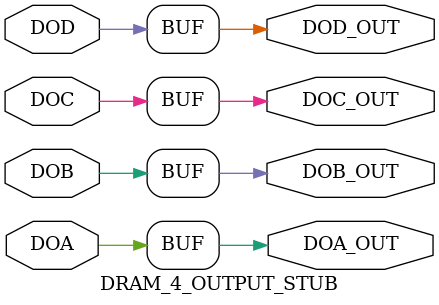
<source format=v>
module DRAM_4_OUTPUT_STUB(
    input DOA, DOB, DOC, DOD,
    output DOA_OUT, DOB_OUT, DOC_OUT, DOD_OUT
);
  assign DOA_OUT = DOA;
  assign DOB_OUT = DOB;
  assign DOC_OUT = DOC;
  assign DOD_OUT = DOD;
endmodule
</source>
